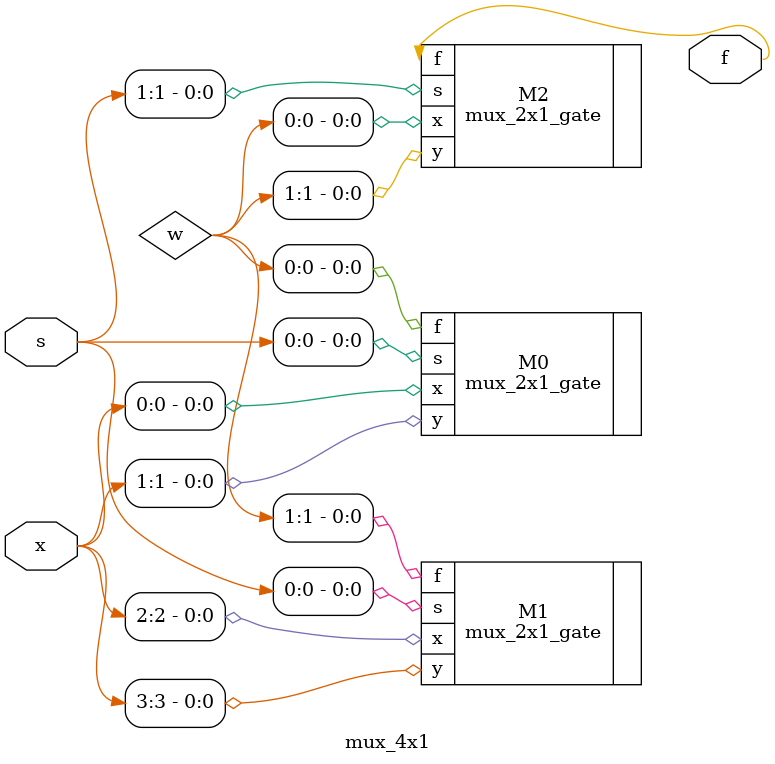
<source format=v>
`timescale 1ns/1ps


module mux_4x1 (
    input [3:0] x,
    input [1:0] s,
    output f
);
    

    wire [1:0] w;

    mux_2x1_gate M0 (
        .x(x[0]),
        .y(x[1]),
        .s(s[0]),
        .f(w[0])
    );

    mux_2x1_gate M1 (
        .x(x[2]),
        .y(x[3]),
        .s(s[0]),
        .f(w[1])
    );

    mux_2x1_gate M2 (
        .x(w[0]),
        .y(w[1]),
        .s(s[1]),
        .f(f)
    );
endmodule
</source>
